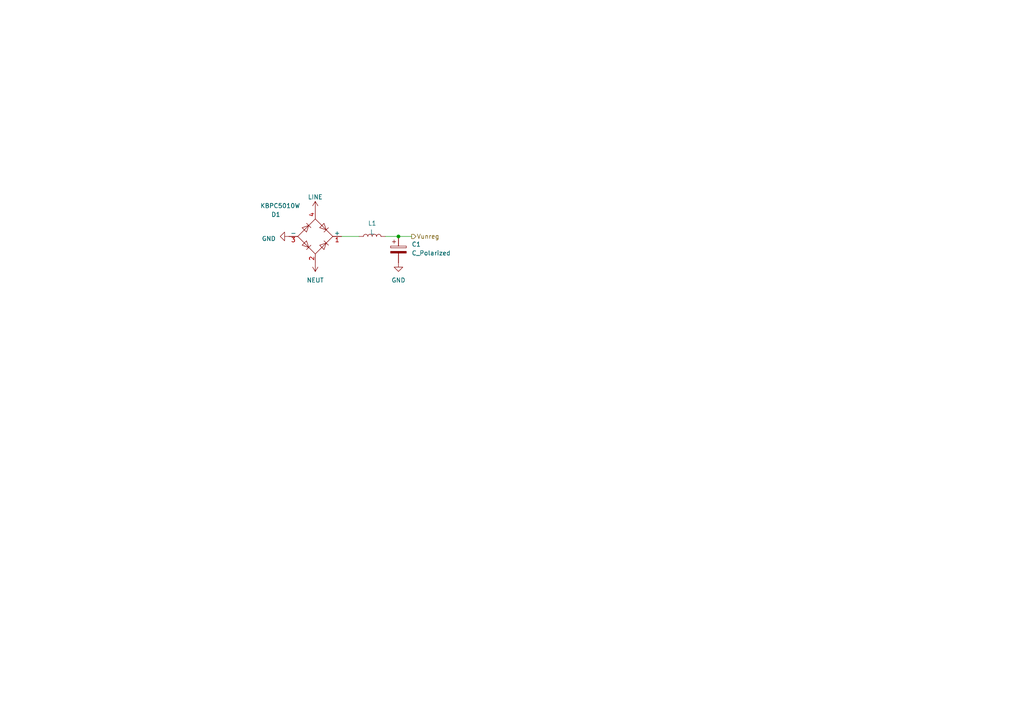
<source format=kicad_sch>
(kicad_sch (version 20230121) (generator eeschema)
  (paper "A4")
  (lib_symbols
    (symbol "Device:C_Polarized" (pin_numbers hide) (pin_names (offset 0.254))
      (property "Reference" "C" (at 0.635 2.54 0))
      (property "Value" "C_Polarized" (at 0.635 -2.54 0))
      (symbol "C_Polarized_0_1"
        (rectangle (start -2.286 0.508) (end 2.286 1.016))
        (polyline (pts (xy -1.778 2.286) (xy -0.762 2.286)))
        (polyline (pts (xy -1.27 2.794) (xy -1.27 1.778)))
        (rectangle (start 2.286 -0.508) (end -2.286 -1.016) (fill (type outline)))
      )
      (symbol "C_Polarized_1_1"
        (pin passive line (at 0 3.81 270) (length 2.794) (name "~") (number "1"))
        (pin passive line (at 0 -3.81 90) (length 2.794) (name "~") (number "2"))
      )
    )
    (symbol "Device:L" (pin_numbers hide) (pin_names (offset 1.016) hide)
      (property "Reference" "L" (at -1.27 0 90))
      (property "Value" "L" (at 1.905 0 90))
      (symbol "L_0_1"
        (arc (start 0 -2.54) (mid 0.6323 -1.905) (end 0 -1.27))
        (arc (start 0 -1.27) (mid 0.6323 -0.635) (end 0 0))
        (arc (start 0 0) (mid 0.6323 0.635) (end 0 1.27))
        (arc (start 0 1.27) (mid 0.6323 1.905) (end 0 2.54))
      )
      (symbol "L_1_1"
        (pin passive line (at 0 3.81 270) (length 1.27) (name "1") (number "1"))
        (pin passive line (at 0 -3.81 90) (length 1.27) (name "2") (number "2"))
      )
    )
    (symbol "Diode_Bridge:KBPC5010W" (pin_names (offset 0))
      (property "Reference" "D" (at 7.62 7.62 0))
      (property "Value" "KBPC5010W" (at 7.62 5.08 0))
      (symbol "KBPC5010W_0_1"
        (polyline (pts (xy -2.54 3.81) (xy -1.27 2.54)))
        (polyline (pts (xy -1.27 -2.54) (xy -2.54 -3.81)))
        (polyline (pts (xy 2.54 -1.27) (xy 3.81 -2.54)))
        (polyline (pts (xy 2.54 1.27) (xy 3.81 2.54)))
        (polyline (pts (xy -3.81 2.54) (xy -2.54 1.27) (xy -1.905 3.175) (xy -3.81 2.54)))
        (polyline (pts (xy -2.54 -1.27) (xy -3.81 -2.54) (xy -1.905 -3.175) (xy -2.54 -1.27)))
        (polyline (pts (xy 1.27 2.54) (xy 2.54 3.81) (xy 3.175 1.905) (xy 1.27 2.54)))
        (polyline (pts (xy 3.175 -1.905) (xy 1.27 -2.54) (xy 2.54 -3.81) (xy 3.175 -1.905)))
        (polyline (pts (xy -5.08 0) (xy 0 -5.08) (xy 5.08 0) (xy 0 5.08) (xy -5.08 0)))
      )
      (symbol "KBPC5010W_1_1"
        (pin passive line (at 7.62 0 180) (length 2.54) (name "+") (number "1"))
        (pin passive line (at 0 -7.62 90) (length 2.54) (name "~") (number "2"))
        (pin passive line (at -7.62 0 0) (length 2.54) (name "-") (number "3"))
        (pin passive line (at 0 7.62 270) (length 2.54) (name "~") (number "4"))
      )
    )
    (symbol "power:GND" (power) (pin_names (offset 0))
      (property "Value" "GND" (at 0 -3.81 0))
      (symbol "GND_0_1"
        (polyline (pts (xy 0 0) (xy 0 -1.27) (xy 1.27 -1.27) (xy 0 -2.54) (xy -1.27 -1.27) (xy 0 -1.27)))
      )
      (symbol "GND_1_1"
        (pin power_in line (at 0 0 270) (length 0) hide (name "GND") (number "1"))
      )
    )
    (symbol "power:LINE" (power) (pin_names (offset 0))
      (property "Value" "LINE" (at 0 3.81 0))
      (symbol "LINE_0_1"
        (polyline (pts (xy -0.762 1.27) (xy 0 2.54)))
        (polyline (pts (xy 0 0) (xy 0 2.54)))
        (polyline (pts (xy 0 2.54) (xy 0.762 1.27)))
      )
      (symbol "LINE_1_1"
        (pin power_in line (at 0 0 90) (length 0) hide (name "LINE") (number "1"))
      )
    )
    (symbol "power:NEUT" (power) (pin_names (offset 0))
      (property "Value" "NEUT" (at 0 3.81 0))
      (symbol "NEUT_0_1"
        (polyline (pts (xy -0.762 1.27) (xy 0 2.54)))
        (polyline (pts (xy 0 0) (xy 0 2.54)))
        (polyline (pts (xy 0 2.54) (xy 0.762 1.27)))
      )
      (symbol "NEUT_1_1"
        (pin power_in line (at 0 0 90) (length 0) hide (name "NEUT") (number "1"))
      )
    )
  )
  (junction (at 115.57 68.58))
  (wire (pts (xy 99.06 68.58) (xy 104.14 68.58)))
  (wire (pts (xy 111.76 68.58) (xy 115.57 68.58)))
  (wire (pts (xy 115.57 68.58) (xy 119.38 68.58)))
  (hierarchical_label "Vunreg" (shape output) (at 119.38 68.58 0))
  (symbol (lib_id "Diode_Bridge:KBPC5010W") (at 91.44 68.58 0) (unit 1)
    (property "Reference" "D1" (at 80.01 62.23 0))
    (property "Value" "KBPC5010W" (at 81.28 59.69 0))
    (property "Footprint" "Diode_THT:Diode_Bridge_GeneSiC_KBPC_W" (effects hide))
    (property "Datasheet" "https://www.diodemodule.com/bridge-rectifier/kbpc/kbpc5010t.pdf" (effects hide))
  )
  (symbol (lib_id "power:LINE") (at 91.44 60.96 0) (unit 1)
    (property "Reference" "#PWR01" (effects hide))
    (property "Value" "LINE" (at 91.44 57.15 0))
  )
  (symbol (lib_id "Device:C_Polarized") (at 115.57 72.39 0) (unit 1)
    (property "Reference" "C1" (at 119.38 70.866 0) (effects (justify left)))
    (property "Value" "C_Polarized" (at 119.38 73.406 0) (effects (justify left)))
  )
  (symbol (lib_id "power:GND") (at 83.82 68.58 270) (unit 1)
    (property "Reference" "#PWR03" (effects hide))
    (property "Value" "GND" (at 80.01 69.215 90) (effects (justify right)))
  )
  (symbol (lib_id "Device:L") (at 107.95 68.58 90) (unit 1)
    (property "Reference" "L1" (at 107.95 64.77 90))
    (property "Value" "L" (at 107.95 67.31 90))
  )
  (symbol (lib_id "power:NEUT") (at 91.44 76.2 180) (unit 1)
    (property "Reference" "#PWR02" (effects hide))
    (property "Value" "NEUT" (at 91.44 81.28 0))
  )
  (symbol (lib_id "power:GND") (at 115.57 76.2 0) (unit 1)
    (property "Reference" "#PWR04" (effects hide))
    (property "Value" "GND" (at 115.57 81.28 0))
  )
)
</source>
